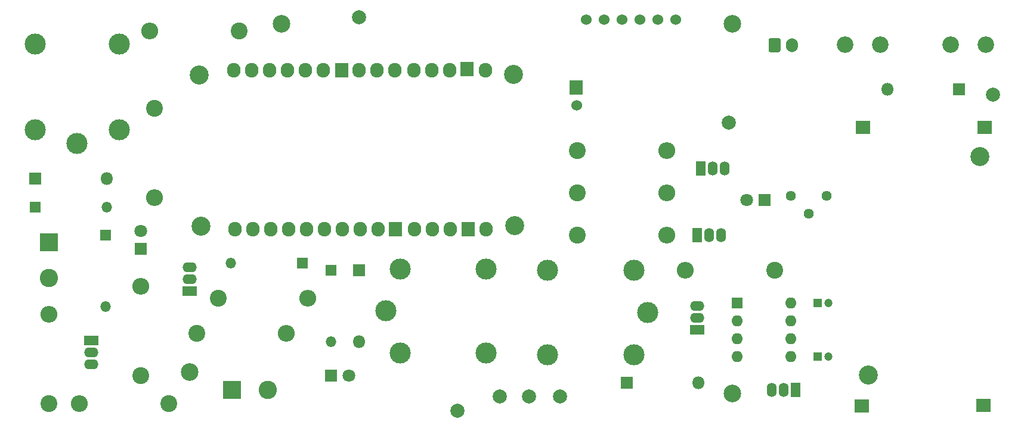
<source format=gbr>
%TF.GenerationSoftware,KiCad,Pcbnew,5.1.7-a382d34a8~87~ubuntu18.04.1*%
%TF.CreationDate,2020-10-22T00:58:17-03:00*%
%TF.ProjectId,Disp_Sec_V_1,44697370-5f53-4656-935f-565f312e6b69,1.1*%
%TF.SameCoordinates,Original*%
%TF.FileFunction,Soldermask,Top*%
%TF.FilePolarity,Negative*%
%FSLAX46Y46*%
G04 Gerber Fmt 4.6, Leading zero omitted, Abs format (unit mm)*
G04 Created by KiCad (PCBNEW 5.1.7-a382d34a8~87~ubuntu18.04.1) date 2020-10-22 00:58:17*
%MOMM*%
%LPD*%
G01*
G04 APERTURE LIST*
%ADD10C,2.000000*%
%ADD11C,2.500000*%
%ADD12O,2.400000X2.400000*%
%ADD13C,2.400000*%
%ADD14C,2.600000*%
%ADD15R,2.600000X2.600000*%
%ADD16R,2.000000X1.400000*%
%ADD17O,2.000000X1.400000*%
%ADD18O,1.800000X1.800000*%
%ADD19R,1.800000X1.800000*%
%ADD20C,2.700000*%
%ADD21O,1.900000X2.100000*%
%ADD22R,1.900000X2.100000*%
%ADD23R,1.400000X2.000000*%
%ADD24O,1.400000X2.000000*%
%ADD25C,3.000000*%
%ADD26C,1.524000*%
%ADD27R,2.100000X1.900000*%
%ADD28C,2.350000*%
%ADD29O,1.500000X1.500000*%
%ADD30R,1.500000X1.500000*%
%ADD31O,1.600000X1.600000*%
%ADD32R,1.600000X1.600000*%
%ADD33C,1.440000*%
%ADD34O,1.700000X2.000000*%
%ADD35C,1.800000*%
%ADD36C,1.200000*%
%ADD37R,1.200000X1.200000*%
G04 APERTURE END LIST*
D10*
%TO.C,TP4*%
X152000000Y-119000000D03*
%TD*%
%TO.C,TP3*%
X156150000Y-119000000D03*
%TD*%
%TO.C,TP2*%
X160500000Y-119000000D03*
%TD*%
%TO.C,TP1*%
X184500000Y-80000000D03*
%TD*%
%TO.C,FID3*%
X222000000Y-76000000D03*
%TD*%
%TO.C,FID2*%
X132000000Y-65000000D03*
%TD*%
%TO.C,FID1*%
X146000000Y-121000000D03*
%TD*%
D11*
%TO.C,H4*%
X108000000Y-115500000D03*
%TD*%
%TO.C,H3*%
X185000000Y-66000000D03*
%TD*%
%TO.C,H2*%
X121000000Y-66000000D03*
%TD*%
%TO.C,H1*%
X185000000Y-118500000D03*
%TD*%
D12*
%TO.C,R7*%
X121700000Y-110000000D03*
D13*
X109000000Y-110000000D03*
%TD*%
D14*
%TO.C,J2*%
X88000000Y-102080000D03*
D15*
X88000000Y-97000000D03*
%TD*%
D16*
%TO.C,Q4*%
X94000000Y-111000000D03*
D17*
X94000000Y-114400000D03*
X94000000Y-112700000D03*
%TD*%
D12*
%TO.C,R6*%
X88000000Y-107300000D03*
D13*
X88000000Y-120000000D03*
%TD*%
D18*
%TO.C,D1*%
X180160000Y-117000000D03*
D19*
X170000000Y-117000000D03*
%TD*%
D20*
%TO.C,U1*%
X109531400Y-94740900D03*
X109340900Y-73252500D03*
X153943300Y-73163600D03*
X154133800Y-94652000D03*
D21*
X114243100Y-72528600D03*
D22*
X129572000Y-72554000D03*
X147352000Y-72427000D03*
X147479000Y-95160000D03*
D21*
X114370100Y-95134600D03*
D22*
X137192000Y-95160000D03*
D21*
X126943100Y-72528600D03*
X144850100Y-72528600D03*
X142310100Y-72528600D03*
X134563100Y-72528600D03*
X139770100Y-72528600D03*
X116783100Y-72528600D03*
X132023100Y-72528600D03*
X119323100Y-72528600D03*
X124403100Y-72528600D03*
X121863100Y-72528600D03*
X149930100Y-72528600D03*
X137103100Y-72528600D03*
X139897100Y-95134600D03*
X150057100Y-95134600D03*
X142437100Y-95134600D03*
X144977100Y-95134600D03*
X119450100Y-95134600D03*
X129610100Y-95134600D03*
X134690100Y-95134600D03*
X124530100Y-95134600D03*
X121990100Y-95134600D03*
X116910100Y-95134600D03*
X132150100Y-95134600D03*
X127070100Y-95134600D03*
%TD*%
D23*
%TO.C,Q6*%
X180000000Y-96000000D03*
D24*
X183400000Y-96000000D03*
X181700000Y-96000000D03*
%TD*%
D18*
%TO.C,D7*%
X96160000Y-88000000D03*
D19*
X86000000Y-88000000D03*
%TD*%
D25*
%TO.C,K3*%
X135830000Y-106810000D03*
X137830000Y-100810000D03*
X150030000Y-100810000D03*
X150030000Y-112810000D03*
X137830000Y-112810000D03*
%TD*%
D18*
%TO.C,D8*%
X132000000Y-111160000D03*
D19*
X132000000Y-101000000D03*
%TD*%
D22*
%TO.C,U3*%
X162820000Y-75032000D03*
D26*
X164305900Y-65380000D03*
X177005900Y-65380000D03*
X174465900Y-65380000D03*
X171925900Y-65380000D03*
X169385900Y-65380000D03*
X166845900Y-65380000D03*
X162883500Y-77559300D03*
%TD*%
D14*
%TO.C,J3*%
X119080000Y-118000000D03*
D15*
X114000000Y-118000000D03*
%TD*%
D16*
%TO.C,Q5*%
X108000000Y-104000000D03*
D17*
X108000000Y-100600000D03*
X108000000Y-102300000D03*
%TD*%
D25*
%TO.C,K1*%
X173000000Y-107000000D03*
X171000000Y-113000000D03*
X158800000Y-113000000D03*
X158800000Y-101000000D03*
X171000000Y-101000000D03*
%TD*%
D16*
%TO.C,Q1*%
X180000000Y-109470000D03*
D17*
X180000000Y-106070000D03*
X180000000Y-107770000D03*
%TD*%
D20*
%TO.C,U4*%
X204298200Y-115934200D03*
X220122400Y-84819200D03*
D27*
X203371100Y-120277600D03*
X220668500Y-120264900D03*
X220859000Y-80679000D03*
X203561600Y-80691700D03*
%TD*%
D28*
%TO.C,F1*%
X220970000Y-68910000D03*
X215970000Y-68910000D03*
X200970000Y-68910000D03*
X205970000Y-68910000D03*
%TD*%
D29*
%TO.C,D6*%
X113840000Y-100000000D03*
D30*
X124000000Y-100000000D03*
%TD*%
D31*
%TO.C,U2*%
X193300000Y-105660000D03*
X185680000Y-113280000D03*
X193300000Y-108200000D03*
X185680000Y-110740000D03*
X193300000Y-110740000D03*
X185680000Y-108200000D03*
X193300000Y-113280000D03*
D32*
X185680000Y-105660000D03*
%TD*%
D33*
%TO.C,RV1*%
X193300000Y-90420000D03*
X195840000Y-92960000D03*
X198380000Y-90420000D03*
%TD*%
D12*
%TO.C,R11*%
X101000000Y-103300000D03*
D13*
X101000000Y-116000000D03*
%TD*%
D12*
%TO.C,R10*%
X92300000Y-120000000D03*
D13*
X105000000Y-120000000D03*
%TD*%
D12*
%TO.C,R9*%
X175700000Y-96000000D03*
D13*
X163000000Y-96000000D03*
%TD*%
D12*
%TO.C,R8*%
X175700000Y-90000000D03*
D13*
X163000000Y-90000000D03*
%TD*%
D12*
%TO.C,R5*%
X175700000Y-84000000D03*
D13*
X163000000Y-84000000D03*
%TD*%
D12*
%TO.C,R4*%
X103000000Y-90700000D03*
D13*
X103000000Y-78000000D03*
%TD*%
D12*
%TO.C,R3*%
X102300000Y-67000000D03*
D13*
X115000000Y-67000000D03*
%TD*%
D12*
%TO.C,R2*%
X124700000Y-105000000D03*
D13*
X112000000Y-105000000D03*
%TD*%
D12*
%TO.C,R1*%
X178300000Y-101000000D03*
D13*
X191000000Y-101000000D03*
%TD*%
D23*
%TO.C,Q3*%
X180500000Y-86500000D03*
D24*
X183900000Y-86500000D03*
X182200000Y-86500000D03*
%TD*%
D23*
%TO.C,Q2*%
X194000000Y-118000000D03*
D24*
X190600000Y-118000000D03*
X192300000Y-118000000D03*
%TD*%
D25*
%TO.C,K2*%
X92000000Y-83000000D03*
X86000000Y-81000000D03*
X86000000Y-68800000D03*
X98000000Y-68800000D03*
X98000000Y-81000000D03*
%TD*%
D34*
%TO.C,J1*%
X193500000Y-69000000D03*
G36*
G01*
X190150000Y-69750000D02*
X190150000Y-68250000D01*
G75*
G02*
X190400000Y-68000000I250000J0D01*
G01*
X191600000Y-68000000D01*
G75*
G02*
X191850000Y-68250000I0J-250000D01*
G01*
X191850000Y-69750000D01*
G75*
G02*
X191600000Y-70000000I-250000J0D01*
G01*
X190400000Y-70000000D01*
G75*
G02*
X190150000Y-69750000I0J250000D01*
G01*
G37*
%TD*%
D35*
%TO.C,D11*%
X130540000Y-116000000D03*
D19*
X128000000Y-116000000D03*
%TD*%
D35*
%TO.C,D10*%
X101000000Y-95460000D03*
D19*
X101000000Y-98000000D03*
%TD*%
D35*
%TO.C,D9*%
X187000000Y-91000000D03*
D19*
X189540000Y-91000000D03*
%TD*%
D29*
%TO.C,D5*%
X128000000Y-111160000D03*
D30*
X128000000Y-101000000D03*
%TD*%
D29*
%TO.C,D4*%
X96000000Y-106160000D03*
D30*
X96000000Y-96000000D03*
%TD*%
D29*
%TO.C,D3*%
X96160000Y-92000000D03*
D30*
X86000000Y-92000000D03*
%TD*%
D18*
%TO.C,D2*%
X207000000Y-75260000D03*
D19*
X217160000Y-75260000D03*
%TD*%
D36*
%TO.C,C2*%
X198610000Y-105660000D03*
D37*
X197110000Y-105660000D03*
%TD*%
D36*
%TO.C,C1*%
X198610000Y-113280000D03*
D37*
X197110000Y-113280000D03*
%TD*%
M02*

</source>
